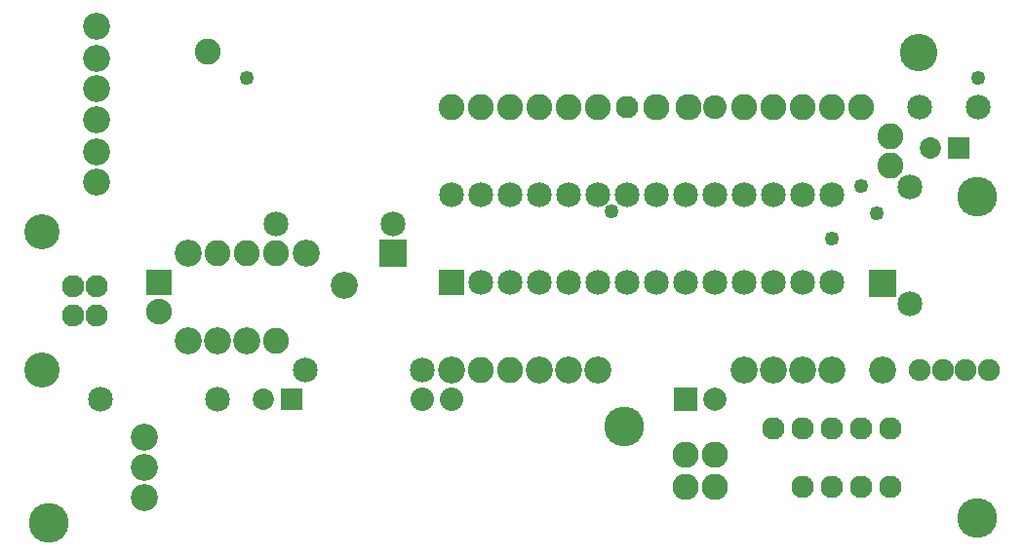
<source format=gts>
G04 MADE WITH FRITZING*
G04 WWW.FRITZING.ORG*
G04 DOUBLE SIDED*
G04 HOLES PLATED*
G04 CONTOUR ON CENTER OF CONTOUR VECTOR*
%ASAXBY*%
%FSLAX23Y23*%
%MOIN*%
%OFA0B0*%
%SFA1.0B1.0*%
%ADD10C,0.092000*%
%ADD11C,0.135984*%
%ADD12C,0.088740*%
%ADD13C,0.128110*%
%ADD14C,0.085000*%
%ADD15C,0.072992*%
%ADD16C,0.090000*%
%ADD17C,0.049370*%
%ADD18C,0.076929*%
%ADD19C,0.084803*%
%ADD20C,0.080000*%
%ADD21C,0.079000*%
%ADD22C,0.088000*%
%ADD23C,0.080866*%
%ADD24C,0.092677*%
%ADD25C,0.076000*%
%ADD26C,0.120000*%
%ADD27C,0.075000*%
%ADD28R,0.092000X0.092000*%
%ADD29R,0.072992X0.072992*%
%ADD30R,0.085000X0.085000*%
%ADD31R,0.079000X0.079000*%
%ADD32R,0.088000X0.088000*%
%LNMASK1*%
G90*
G70*
G54D10*
X2980Y1006D03*
X2980Y708D03*
G54D11*
X3305Y201D03*
X3305Y1301D03*
G54D12*
X674Y1800D03*
G54D13*
X3106Y1795D03*
G54D11*
X2097Y516D03*
G54D14*
X308Y609D03*
X708Y609D03*
G54D15*
X961Y609D03*
X863Y609D03*
G54D11*
X130Y186D03*
G54D16*
X2208Y1609D03*
X2318Y1609D03*
X2208Y1609D03*
X2318Y1609D03*
G54D14*
X908Y1209D03*
X1308Y1209D03*
G54D17*
X2056Y1251D03*
G54D18*
X2108Y1609D03*
G54D12*
X2908Y1609D03*
G54D19*
X3308Y1609D03*
X3108Y1609D03*
G54D17*
X2808Y1158D03*
X2907Y1338D03*
G54D20*
X1408Y609D03*
X1508Y609D03*
G54D14*
X1508Y1009D03*
X1508Y1309D03*
X1608Y1009D03*
X1608Y1309D03*
X1708Y1009D03*
X1708Y1309D03*
X1808Y1009D03*
X1808Y1309D03*
X1908Y1009D03*
X1908Y1309D03*
X2008Y1009D03*
X2008Y1309D03*
X2108Y1009D03*
X2108Y1309D03*
X2208Y1009D03*
X2208Y1309D03*
X2308Y1009D03*
X2308Y1309D03*
X2408Y1009D03*
X2408Y1309D03*
X2508Y1009D03*
X2508Y1309D03*
X2608Y1009D03*
X2608Y1309D03*
X2708Y1009D03*
X2708Y1309D03*
X2808Y1009D03*
X2808Y1309D03*
X1008Y709D03*
X1408Y709D03*
G54D21*
X2308Y609D03*
X2408Y609D03*
G54D22*
X508Y1009D03*
X508Y909D03*
G54D15*
X3241Y1469D03*
X3143Y1469D03*
G54D16*
X2308Y309D03*
X2308Y419D03*
X2308Y309D03*
X2308Y419D03*
X2408Y309D03*
X2408Y419D03*
X2408Y309D03*
X2408Y419D03*
G54D12*
X2508Y1609D03*
X2608Y1609D03*
X2708Y1609D03*
X1508Y1609D03*
X1608Y1609D03*
X1708Y1609D03*
X1808Y1609D03*
X1908Y1609D03*
X1608Y709D03*
X1708Y709D03*
G54D23*
X2408Y1609D03*
G54D12*
X2808Y1609D03*
X2008Y1609D03*
G54D24*
X1508Y709D03*
X1808Y709D03*
X1908Y709D03*
X2008Y709D03*
X2508Y709D03*
X2608Y709D03*
X2708Y709D03*
X2808Y709D03*
X608Y809D03*
X708Y809D03*
X808Y809D03*
X608Y1109D03*
G54D12*
X708Y1109D03*
X808Y1109D03*
G54D18*
X2708Y309D03*
X2808Y309D03*
X2908Y309D03*
X3008Y309D03*
X3008Y509D03*
X2808Y509D03*
X2708Y509D03*
X2608Y509D03*
G54D17*
X2961Y1245D03*
X808Y1709D03*
X3308Y1709D03*
G54D10*
X1308Y1109D03*
X1010Y1109D03*
G54D25*
X293Y896D03*
X293Y995D03*
X215Y995D03*
X215Y896D03*
G54D26*
X108Y709D03*
X108Y1183D03*
G54D25*
X293Y896D03*
X293Y995D03*
X215Y995D03*
X215Y896D03*
G54D26*
X108Y709D03*
X108Y1183D03*
G54D27*
X3108Y709D03*
X3187Y709D03*
X3266Y709D03*
X3344Y709D03*
G54D14*
X3075Y936D03*
X3075Y1336D03*
G54D12*
X3008Y1409D03*
X3008Y1509D03*
X908Y809D03*
X908Y1109D03*
G54D18*
X2908Y509D03*
G54D24*
X459Y480D03*
X459Y376D03*
X459Y272D03*
X295Y1886D03*
X295Y1777D03*
X295Y1671D03*
X295Y1566D03*
X295Y1456D03*
X295Y1351D03*
X1142Y999D03*
G54D28*
X2980Y1007D03*
G54D29*
X961Y609D03*
G54D30*
X1508Y1009D03*
G54D31*
X2308Y609D03*
G54D32*
X508Y1009D03*
G54D29*
X3241Y1469D03*
G54D28*
X1309Y1109D03*
G04 End of Mask1*
M02*
</source>
